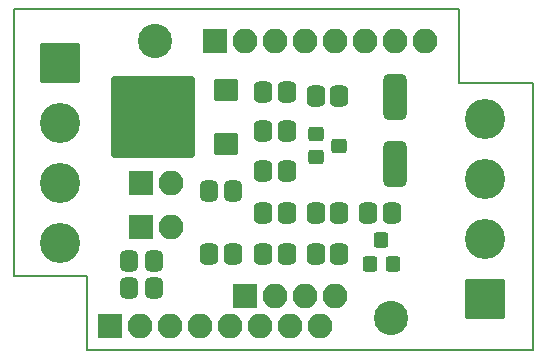
<source format=gts>
G04 #@! TF.GenerationSoftware,KiCad,Pcbnew,7.0.1-3b83917a11~172~ubuntu20.04.1*
G04 #@! TF.CreationDate,2023-04-02T03:02:38+02:00*
G04 #@! TF.ProjectId,C64Saver2,43363453-6176-4657-9232-2e6b69636164,2.6*
G04 #@! TF.SameCoordinates,Original*
G04 #@! TF.FileFunction,Soldermask,Top*
G04 #@! TF.FilePolarity,Negative*
%FSLAX46Y46*%
G04 Gerber Fmt 4.6, Leading zero omitted, Abs format (unit mm)*
G04 Created by KiCad (PCBNEW 7.0.1-3b83917a11~172~ubuntu20.04.1) date 2023-04-02 03:02:38*
%MOMM*%
%LPD*%
G01*
G04 APERTURE LIST*
G04 Aperture macros list*
%AMRoundRect*
0 Rectangle with rounded corners*
0 $1 Rounding radius*
0 $2 $3 $4 $5 $6 $7 $8 $9 X,Y pos of 4 corners*
0 Add a 4 corners polygon primitive as box body*
4,1,4,$2,$3,$4,$5,$6,$7,$8,$9,$2,$3,0*
0 Add four circle primitives for the rounded corners*
1,1,$1+$1,$2,$3*
1,1,$1+$1,$4,$5*
1,1,$1+$1,$6,$7*
1,1,$1+$1,$8,$9*
0 Add four rect primitives between the rounded corners*
20,1,$1+$1,$2,$3,$4,$5,0*
20,1,$1+$1,$4,$5,$6,$7,0*
20,1,$1+$1,$6,$7,$8,$9,0*
20,1,$1+$1,$8,$9,$2,$3,0*%
G04 Aperture macros list end*
%ADD10RoundRect,0.200000X-1.500000X1.500000X-1.500000X-1.500000X1.500000X-1.500000X1.500000X1.500000X0*%
%ADD11C,3.400000*%
%ADD12RoundRect,0.200000X1.500000X-1.500000X1.500000X1.500000X-1.500000X1.500000X-1.500000X-1.500000X0*%
%ADD13RoundRect,0.450000X-0.550000X1.500000X-0.550000X-1.500000X0.550000X-1.500000X0.550000X1.500000X0*%
%ADD14RoundRect,0.200000X0.800000X0.750000X-0.800000X0.750000X-0.800000X-0.750000X0.800000X-0.750000X0*%
%ADD15RoundRect,0.200000X3.350000X3.250000X-3.350000X3.250000X-3.350000X-3.250000X3.350000X-3.250000X0*%
%ADD16RoundRect,0.200000X0.850000X-0.850000X0.850000X0.850000X-0.850000X0.850000X-0.850000X-0.850000X0*%
%ADD17O,2.100000X2.100000*%
%ADD18C,2.900000*%
%ADD19RoundRect,0.450000X-0.350000X-0.450000X0.350000X-0.450000X0.350000X0.450000X-0.350000X0.450000X0*%
%ADD20RoundRect,0.450000X0.350000X0.450000X-0.350000X0.450000X-0.350000X-0.450000X0.350000X-0.450000X0*%
%ADD21RoundRect,0.200000X0.400000X-0.450000X0.400000X0.450000X-0.400000X0.450000X-0.400000X-0.450000X0*%
%ADD22RoundRect,0.450000X0.325000X0.450000X-0.325000X0.450000X-0.325000X-0.450000X0.325000X-0.450000X0*%
%ADD23RoundRect,0.200000X-0.450000X-0.400000X0.450000X-0.400000X0.450000X0.400000X-0.450000X0.400000X0*%
G04 #@! TA.AperFunction,Profile*
%ADD24C,0.150000*%
G04 #@! TD*
G04 APERTURE END LIST*
D10*
X144399000Y-88265000D03*
D11*
X144399000Y-93345000D03*
X144399000Y-98425000D03*
X144399000Y-103505000D03*
D12*
X180340000Y-108204000D03*
D11*
X180340000Y-103124000D03*
X180340000Y-98044000D03*
X180340000Y-92964000D03*
D13*
X172720000Y-91180000D03*
X172720000Y-96780000D03*
D14*
X158397600Y-95111600D03*
D15*
X152247600Y-92811600D03*
D14*
X158397600Y-90511600D03*
D16*
X157480000Y-86360000D03*
D17*
X160020000Y-86360000D03*
X162560000Y-86360000D03*
X165100000Y-86360000D03*
X167640000Y-86360000D03*
X170180000Y-86360000D03*
X172720000Y-86360000D03*
X175260000Y-86360000D03*
D16*
X148590000Y-110490000D03*
D17*
X151130000Y-110490000D03*
X153670000Y-110490000D03*
X156210000Y-110490000D03*
X158750000Y-110490000D03*
X161290000Y-110490000D03*
X163830000Y-110490000D03*
X166370000Y-110490000D03*
D16*
X160020000Y-107950000D03*
D17*
X162560000Y-107950000D03*
X165100000Y-107950000D03*
X167640000Y-107950000D03*
D18*
X152405080Y-86357460D03*
X172399960Y-109862620D03*
D19*
X161560000Y-90678000D03*
X163560000Y-90678000D03*
X161560000Y-100965000D03*
X163560000Y-100965000D03*
X156988000Y-104394000D03*
X158988000Y-104394000D03*
D20*
X168005000Y-104394000D03*
X166005000Y-104394000D03*
D19*
X170450000Y-100965000D03*
X172450000Y-100965000D03*
X161560000Y-97409000D03*
X163560000Y-97409000D03*
D20*
X163560000Y-104394000D03*
X161560000Y-104394000D03*
D21*
X170627000Y-105267000D03*
X172527000Y-105267000D03*
X171577000Y-103267000D03*
D22*
X152282000Y-105029000D03*
X150232000Y-105029000D03*
D19*
X161560000Y-93980000D03*
X163560000Y-93980000D03*
X166005000Y-100965000D03*
X168005000Y-100965000D03*
D23*
X166005000Y-94300000D03*
X166005000Y-96200000D03*
X168005000Y-95250000D03*
D19*
X166005000Y-91059000D03*
X168005000Y-91059000D03*
D22*
X152282000Y-107315000D03*
X150232000Y-107315000D03*
D16*
X151252000Y-98425000D03*
D17*
X153792000Y-98425000D03*
D16*
X151252000Y-102108000D03*
D17*
X153792000Y-102108000D03*
D22*
X159013000Y-99060000D03*
X156963000Y-99060000D03*
D24*
X146685000Y-106299000D02*
X140462000Y-106299000D01*
X184404000Y-89916000D02*
X184404000Y-112522000D01*
X140462000Y-106299000D02*
X140462000Y-83693000D01*
X178181000Y-83693000D02*
X178181000Y-89916000D01*
X140462000Y-83693000D02*
X178181000Y-83693000D01*
X184404000Y-112522000D02*
X146685000Y-112522000D01*
X178181000Y-89916000D02*
X184404000Y-89916000D01*
X146685000Y-112522000D02*
X146685000Y-106299000D01*
M02*

</source>
